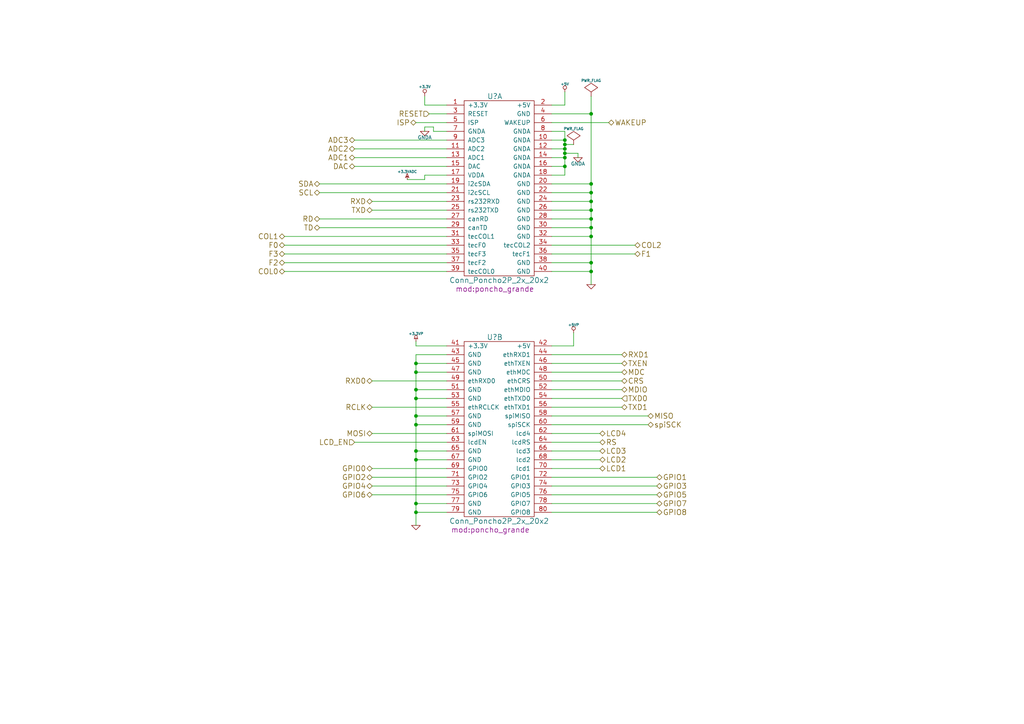
<source format=kicad_sch>
(kicad_sch (version 20211123) (generator eeschema)
  (paper "A4")
  (title_block (title "Poncho Grande - Modelo - Ejemplo - Template") (date "2015-10-06") (rev "1.0") (company "Proyecto CIAA - COMPUTADORA INDUSTRIAL ABIERTA ARGENTINA") (comment 1 "https://github.com/ciaa/Ponchos/tree/master/modelos/doc") (comment 2 "Autores y Licencia del template (Diego Brengi - UNLaM)") (comment 3 "Autor del poncho (COMPLETAR NOMBRE Y APELLIDO). Ver directorio \"doc\"") (comment 4 "CÓDIGO PONCHO:"))
  (lib_symbols
    (symbol "Misc_Poncho_Grande:+3.3V" (power) (pin_names (offset 0))
      (property "Value" "+3.3V" (at 0 2.794 0))
      (symbol "+3.3V_0_0"
        (pin power_in line (at 0 0 90) (length 0) hide (name "+3.3V") (number "1"))
      )
      (symbol "+3.3V_0_1"
        (polyline (pts (xy 0 0) (xy 0 1.016) (xy 0 1.016)))
        (circle (center 0 1.524) (radius 0.508))
      )
    )
    (symbol "Misc_Poncho_Grande:+3.3VADC" (power) (pin_names (offset 0))
      (property "Value" "+3.3VADC" (at 0 2.286 0))
      (symbol "+3.3VADC_0_0"
        (pin power_in line (at 0 0 90) (length 0) hide (name "+3.3VADC") (number "1"))
      )
      (symbol "+3.3VADC_0_1"
        (polyline (pts (xy 0 0) (xy 0 1.016) (xy 0 1.016)))
        (polyline (pts (xy 0 1.016) (xy 0.508 0.508) (xy 0 1.778) (xy -0.508 0.508) (xy 0 1.016) (xy 0 1.016)))
      )
    )
    (symbol "Misc_Poncho_Grande:+3.3VP" (power) (pin_names (offset 0))
      (property "Value" "+3.3VP" (at 0 2.286 0))
      (symbol "+3.3VP_0_0"
        (pin power_in line (at 0 0 90) (length 0) hide (name "+3.3VP") (number "1"))
      )
      (symbol "+3.3VP_0_1"
        (polyline (pts (xy 0 0) (xy 0 1.016) (xy 0 1.016)))
        (polyline (pts (xy 0.508 0.762) (xy 0 1.016) (xy -0.508 0.762) (xy -0.254 1.778) (xy 0.254 1.778) (xy 0.508 0.762) (xy 0.508 0.762)))
      )
    )
    (symbol "Misc_Poncho_Grande:+5V" (power) (pin_names (offset 1.016))
      (property "Value" "+5V" (at 0 2.286 0))
      (symbol "+5V_0_0"
        (pin power_in line (at 0 0 90) (length 0) hide (name "+5V") (number "1"))
      )
      (symbol "+5V_0_1"
        (polyline (pts (xy 0 0) (xy 0 0.762) (xy 0 0.762) (xy 0 0.762)))
        (circle (center 0 1.27) (radius 0.508))
      )
    )
    (symbol "Misc_Poncho_Grande:+5VP" (power) (pin_names (offset 1.016))
      (property "Value" "+5VP" (at 0 2.286 0))
      (symbol "+5VP_0_0"
        (pin power_in line (at 0 0 90) (length 0) hide (name "+5VP") (number "1"))
      )
      (symbol "+5VP_0_1"
        (polyline (pts (xy 0 0) (xy 0 0.762) (xy 0 0.762) (xy 0 0.762)))
        (circle (center 0 1.27) (radius 0.508))
      )
    )
    (symbol "Misc_Poncho_Grande:GND" (power) (pin_names (offset 0))
      (symbol "GND_0_1"
        (polyline (pts (xy -1.27 0) (xy 0 -1.27) (xy 1.27 0) (xy -1.27 0)))
      )
      (symbol "GND_1_1"
        (pin power_in line (at 0 0 90) (length 0) hide (name "GND") (number "1"))
      )
    )
    (symbol "Misc_Poncho_Grande:GNDA" (power) (pin_names (offset 0))
      (property "Value" "GNDA" (at 0 -1.778 0))
      (symbol "GNDA_0_1"
        (polyline (pts (xy -1.27 0) (xy 0 -1.27) (xy 1.27 0) (xy -1.27 0)))
      )
      (symbol "GNDA_1_1"
        (pin power_in line (at 0 0 90) (length 0) hide (name "GNDA") (number "1"))
      )
    )
    (symbol "Misc_Poncho_Grande:PWR_FLAG" (power) (pin_numbers hide) (pin_names (offset 0) hide)
      (property "Value" "PWR_FLAG" (at 0 4.572 0))
      (symbol "PWR_FLAG_0_0"
        (pin power_out line (at 0 0 90) (length 0) (name "pwr") (number "1"))
      )
      (symbol "PWR_FLAG_0_1"
        (polyline (pts (xy 0 0) (xy 0 1.27) (xy -1.905 2.54) (xy 0 3.81) (xy 1.905 2.54) (xy 0 1.27)))
      )
    )
    (symbol "Poncho_Esqueleto:Conn_Poncho2P_2x_20x2" (pin_names (offset 1.016))
      (property "Reference" "XA" (at 7.62 10.16 0))
      (property "Value" "Conn_Poncho2P_2x_20x2" (at 8.89 -43.18 0))
      (symbol "Conn_Poncho2P_2x_20x2_0_1"
        (rectangle (start -1.27 8.89) (end 19.05 -41.91))
      )
      (symbol "Conn_Poncho2P_2x_20x2_1_1"
        (pin power_out line (at -6.35 7.62 0) (length 5.08) (name "+3.3V") (number "1"))
        (pin passive line (at 24.13 -2.54 180) (length 5.08) (name "GNDA") (number "10"))
        (pin passive line (at -6.35 -5.08 0) (length 5.08) (name "ADC2") (number "11"))
        (pin passive line (at 24.13 -5.08 180) (length 5.08) (name "GNDA") (number "12"))
        (pin passive line (at -6.35 -7.62 0) (length 5.08) (name "ADC1") (number "13"))
        (pin passive line (at 24.13 -7.62 180) (length 5.08) (name "GNDA") (number "14"))
        (pin passive line (at -6.35 -10.16 0) (length 5.08) (name "DAC") (number "15"))
        (pin passive line (at 24.13 -10.16 180) (length 5.08) (name "GNDA") (number "16"))
        (pin power_out line (at -6.35 -12.7 0) (length 5.08) (name "VDDA") (number "17"))
        (pin passive line (at 24.13 -12.7 180) (length 5.08) (name "GNDA") (number "18"))
        (pin passive line (at -6.35 -15.24 0) (length 5.08) (name "i2cSDA") (number "19"))
        (pin power_out line (at 24.13 7.62 180) (length 5.08) (name "+5V") (number "2"))
        (pin passive line (at 24.13 -15.24 180) (length 5.08) (name "GND") (number "20"))
        (pin passive line (at -6.35 -17.78 0) (length 5.08) (name "i2cSCL") (number "21"))
        (pin passive line (at 24.13 -17.78 180) (length 5.08) (name "GND") (number "22"))
        (pin passive line (at -6.35 -20.32 0) (length 5.08) (name "rs232RXD") (number "23"))
        (pin passive line (at 24.13 -20.32 180) (length 5.08) (name "GND") (number "24"))
        (pin passive line (at -6.35 -22.86 0) (length 5.08) (name "rs232TXD") (number "25"))
        (pin passive line (at 24.13 -22.86 180) (length 5.08) (name "GND") (number "26"))
        (pin passive line (at -6.35 -25.4 0) (length 5.08) (name "canRD") (number "27"))
        (pin passive line (at 24.13 -25.4 180) (length 5.08) (name "GND") (number "28"))
        (pin passive line (at -6.35 -27.94 0) (length 5.08) (name "canTD") (number "29"))
        (pin input line (at -6.35 5.08 0) (length 5.08) (name "RESET") (number "3"))
        (pin passive line (at 24.13 -27.94 180) (length 5.08) (name "GND") (number "30"))
        (pin passive line (at -6.35 -30.48 0) (length 5.08) (name "tecCOL1") (number "31"))
        (pin passive line (at 24.13 -30.48 180) (length 5.08) (name "GND") (number "32"))
        (pin passive line (at -6.35 -33.02 0) (length 5.08) (name "tecF0") (number "33"))
        (pin passive line (at 24.13 -33.02 180) (length 5.08) (name "tecCOL2") (number "34"))
        (pin passive line (at -6.35 -35.56 0) (length 5.08) (name "tecF3") (number "35"))
        (pin passive line (at 24.13 -35.56 180) (length 5.08) (name "tecF1") (number "36"))
        (pin passive line (at -6.35 -38.1 0) (length 5.08) (name "tecF2") (number "37"))
        (pin passive line (at 24.13 -38.1 180) (length 5.08) (name "GND") (number "38"))
        (pin passive line (at -6.35 -40.64 0) (length 5.08) (name "tecCOL0") (number "39"))
        (pin passive line (at 24.13 5.08 180) (length 5.08) (name "GND") (number "4"))
        (pin passive line (at 24.13 -40.64 180) (length 5.08) (name "GND") (number "40"))
        (pin passive line (at -6.35 2.54 0) (length 5.08) (name "ISP") (number "5"))
        (pin input line (at 24.13 2.54 180) (length 5.08) (name "WAKEUP") (number "6"))
        (pin passive line (at -6.35 0 0) (length 5.08) (name "GNDA") (number "7"))
        (pin passive line (at 24.13 0 180) (length 5.08) (name "GNDA") (number "8"))
        (pin passive line (at -6.35 -2.54 0) (length 5.08) (name "ADC3") (number "9"))
      )
      (symbol "Conn_Poncho2P_2x_20x2_2_1"
        (pin power_out line (at -6.35 7.62 0) (length 5.08) (name "+3.3V") (number "41"))
        (pin power_out line (at 24.13 7.62 180) (length 5.08) (name "+5V") (number "42"))
        (pin passive line (at -6.35 5.08 0) (length 5.08) (name "GND") (number "43"))
        (pin passive line (at 24.13 5.08 180) (length 5.08) (name "ethRXD1") (number "44"))
        (pin passive line (at -6.35 2.54 0) (length 5.08) (name "GND") (number "45"))
        (pin passive line (at 24.13 2.54 180) (length 5.08) (name "ethTXEN") (number "46"))
        (pin passive line (at -6.35 0 0) (length 5.08) (name "GND") (number "47"))
        (pin passive line (at 24.13 0 180) (length 5.08) (name "ethMDC") (number "48"))
        (pin passive line (at -6.35 -2.54 0) (length 5.08) (name "ethRXD0") (number "49"))
        (pin passive line (at 24.13 -2.54 180) (length 5.08) (name "ethCRS") (number "50"))
        (pin passive line (at -6.35 -5.08 0) (length 5.08) (name "GND") (number "51"))
        (pin passive line (at 24.13 -5.08 180) (length 5.08) (name "ethMDIO") (number "52"))
        (pin passive line (at -6.35 -7.62 0) (length 5.08) (name "GND") (number "53"))
        (pin passive line (at 24.13 -7.62 180) (length 5.08) (name "ethTXD0") (number "54"))
        (pin passive line (at -6.35 -10.16 0) (length 5.08) (name "ethRCLCK") (number "55"))
        (pin passive line (at 24.13 -10.16 180) (length 5.08) (name "ethTXD1") (number "56"))
        (pin passive line (at -6.35 -12.7 0) (length 5.08) (name "GND") (number "57"))
        (pin passive line (at 24.13 -12.7 180) (length 5.08) (name "spiMISO") (number "58"))
        (pin passive line (at -6.35 -15.24 0) (length 5.08) (name "GND") (number "59"))
        (pin passive line (at 24.13 -15.24 180) (length 5.08) (name "spiSCK") (number "60"))
        (pin passive line (at -6.35 -17.78 0) (length 5.08) (name "spiMOSI") (number "61"))
        (pin passive line (at 24.13 -17.78 180) (length 5.08) (name "lcd4") (number "62"))
        (pin passive line (at -6.35 -20.32 0) (length 5.08) (name "lcdEN") (number "63"))
        (pin passive line (at 24.13 -20.32 180) (length 5.08) (name "lcdRS") (number "64"))
        (pin passive line (at -6.35 -22.86 0) (length 5.08) (name "GND") (number "65"))
        (pin passive line (at 24.13 -22.86 180) (length 5.08) (name "lcd3") (number "66"))
        (pin passive line (at -6.35 -25.4 0) (length 5.08) (name "GND") (number "67"))
        (pin passive line (at 24.13 -25.4 180) (length 5.08) (name "lcd2") (number "68"))
        (pin passive line (at -6.35 -27.94 0) (length 5.08) (name "GPIO0") (number "69"))
        (pin passive line (at 24.13 -27.94 180) (length 5.08) (name "lcd1") (number "70"))
        (pin passive line (at -6.35 -30.48 0) (length 5.08) (name "GPIO2") (number "71"))
        (pin passive line (at 24.13 -30.48 180) (length 5.08) (name "GPIO1") (number "72"))
        (pin passive line (at -6.35 -33.02 0) (length 5.08) (name "GPIO4") (number "73"))
        (pin passive line (at 24.13 -33.02 180) (length 5.08) (name "GPIO3") (number "74"))
        (pin passive line (at -6.35 -35.56 0) (length 5.08) (name "GPIO6") (number "75"))
        (pin passive line (at 24.13 -35.56 180) (length 5.08) (name "GPIO5") (number "76"))
        (pin passive line (at -6.35 -38.1 0) (length 5.08) (name "GND") (number "77"))
        (pin passive line (at 24.13 -38.1 180) (length 5.08) (name "GPIO7") (number "78"))
        (pin passive line (at -6.35 -40.64 0) (length 5.08) (name "GND") (number "79"))
        (pin passive line (at 24.13 -40.64 180) (length 5.08) (name "GPIO8") (number "80"))
      )
    )
  )
  (junction (at 171.45 66.04))
  (junction (at 120.65 115.57))
  (junction (at 163.83 48.26))
  (junction (at 120.65 107.95))
  (junction (at 171.45 55.88))
  (junction (at 171.45 33.02))
  (junction (at 163.83 45.72))
  (junction (at 120.65 120.65))
  (junction (at 120.65 105.41))
  (junction (at 171.45 60.96))
  (junction (at 171.45 76.2))
  (junction (at 120.65 113.03))
  (junction (at 171.45 53.34))
  (junction (at 171.45 58.42))
  (junction (at 120.65 133.35))
  (junction (at 120.65 123.19))
  (junction (at 163.83 40.64))
  (junction (at 171.45 63.5))
  (junction (at 120.65 146.05))
  (junction (at 163.83 43.18))
  (junction (at 171.45 78.74))
  (junction (at 163.83 41.91))
  (junction (at 163.83 44.45))
  (junction (at 171.45 68.58))
  (junction (at 120.65 148.59))
  (junction (at 120.65 130.81))
  (wire (pts (xy 107.95 138.43) (xy 129.54 138.43)))
  (wire (pts (xy 163.83 38.1) (xy 163.83 40.64)))
  (wire (pts (xy 120.65 120.65) (xy 120.65 123.19)))
  (wire (pts (xy 160.02 113.03) (xy 180.34 113.03)))
  (wire (pts (xy 171.45 53.34) (xy 171.45 55.88)))
  (wire (pts (xy 163.83 48.26) (xy 163.83 50.8)))
  (wire (pts (xy 107.95 135.89) (xy 129.54 135.89)))
  (wire (pts (xy 160.02 78.74) (xy 171.45 78.74)))
  (wire (pts (xy 129.54 146.05) (xy 120.65 146.05)))
  (wire (pts (xy 120.65 123.19) (xy 120.65 130.81)))
  (wire (pts (xy 129.54 55.88) (xy 92.71 55.88)))
  (wire (pts (xy 160.02 138.43) (xy 190.5 138.43)))
  (wire (pts (xy 129.54 123.19) (xy 120.65 123.19)))
  (wire (pts (xy 129.54 53.34) (xy 92.71 53.34)))
  (wire (pts (xy 129.54 63.5) (xy 92.71 63.5)))
  (wire (pts (xy 160.02 60.96) (xy 171.45 60.96)))
  (wire (pts (xy 129.54 43.18) (xy 102.87 43.18)))
  (wire (pts (xy 160.02 105.41) (xy 180.34 105.41)))
  (wire (pts (xy 171.45 76.2) (xy 171.45 78.74)))
  (wire (pts (xy 163.83 26.67) (xy 163.83 30.48)))
  (wire (pts (xy 123.19 50.8) (xy 129.54 50.8)))
  (wire (pts (xy 171.45 68.58) (xy 171.45 76.2)))
  (wire (pts (xy 160.02 55.88) (xy 171.45 55.88)))
  (wire (pts (xy 129.54 133.35) (xy 120.65 133.35)))
  (wire (pts (xy 160.02 73.66) (xy 184.15 73.66)))
  (wire (pts (xy 160.02 43.18) (xy 163.83 43.18)))
  (wire (pts (xy 163.83 45.72) (xy 163.83 48.26)))
  (wire (pts (xy 129.54 143.51) (xy 107.95 143.51)))
  (wire (pts (xy 129.54 128.27) (xy 102.87 128.27)))
  (wire (pts (xy 167.64 45.72) (xy 167.64 44.45)))
  (wire (pts (xy 160.02 68.58) (xy 171.45 68.58)))
  (wire (pts (xy 160.02 53.34) (xy 171.45 53.34)))
  (wire (pts (xy 160.02 40.64) (xy 163.83 40.64)))
  (wire (pts (xy 129.54 38.1) (xy 125.73 38.1)))
  (wire (pts (xy 184.15 71.12) (xy 160.02 71.12)))
  (wire (pts (xy 163.83 48.26) (xy 160.02 48.26)))
  (wire (pts (xy 125.73 36.83) (xy 125.73 38.1)))
  (wire (pts (xy 129.54 30.48) (xy 123.19 30.48)))
  (wire (pts (xy 160.02 76.2) (xy 171.45 76.2)))
  (wire (pts (xy 166.37 41.91) (xy 163.83 41.91)))
  (wire (pts (xy 120.65 102.87) (xy 129.54 102.87)))
  (wire (pts (xy 120.65 133.35) (xy 120.65 146.05)))
  (wire (pts (xy 163.83 41.91) (xy 163.83 43.18)))
  (wire (pts (xy 171.45 78.74) (xy 171.45 82.55)))
  (wire (pts (xy 160.02 66.04) (xy 171.45 66.04)))
  (wire (pts (xy 160.02 107.95) (xy 180.34 107.95)))
  (wire (pts (xy 107.95 60.96) (xy 129.54 60.96)))
  (wire (pts (xy 160.02 135.89) (xy 173.99 135.89)))
  (wire (pts (xy 129.54 125.73) (xy 107.95 125.73)))
  (wire (pts (xy 160.02 115.57) (xy 180.34 115.57)))
  (wire (pts (xy 171.45 27.94) (xy 171.45 33.02)))
  (wire (pts (xy 129.54 40.64) (xy 102.87 40.64)))
  (wire (pts (xy 171.45 63.5) (xy 171.45 66.04)))
  (wire (pts (xy 160.02 123.19) (xy 187.96 123.19)))
  (wire (pts (xy 120.65 105.41) (xy 120.65 107.95)))
  (wire (pts (xy 123.19 52.07) (xy 123.19 50.8)))
  (wire (pts (xy 160.02 148.59) (xy 190.5 148.59)))
  (wire (pts (xy 120.65 102.87) (xy 120.65 105.41)))
  (wire (pts (xy 171.45 33.02) (xy 171.45 53.34)))
  (wire (pts (xy 163.83 30.48) (xy 160.02 30.48)))
  (wire (pts (xy 120.65 100.33) (xy 120.65 99.06)))
  (wire (pts (xy 167.64 44.45) (xy 163.83 44.45)))
  (wire (pts (xy 160.02 125.73) (xy 173.99 125.73)))
  (wire (pts (xy 129.54 78.74) (xy 82.55 78.74)))
  (wire (pts (xy 124.46 33.02) (xy 129.54 33.02)))
  (wire (pts (xy 120.65 113.03) (xy 120.65 115.57)))
  (wire (pts (xy 129.54 73.66) (xy 82.55 73.66)))
  (wire (pts (xy 163.83 45.72) (xy 160.02 45.72)))
  (wire (pts (xy 123.19 38.1) (xy 123.19 36.83)))
  (wire (pts (xy 171.45 55.88) (xy 171.45 58.42)))
  (wire (pts (xy 163.83 44.45) (xy 163.83 45.72)))
  (wire (pts (xy 123.19 30.48) (xy 123.19 27.94)))
  (wire (pts (xy 129.54 48.26) (xy 102.87 48.26)))
  (wire (pts (xy 166.37 96.52) (xy 166.37 100.33)))
  (wire (pts (xy 129.54 45.72) (xy 102.87 45.72)))
  (wire (pts (xy 129.54 68.58) (xy 82.55 68.58)))
  (wire (pts (xy 160.02 130.81) (xy 173.99 130.81)))
  (wire (pts (xy 171.45 66.04) (xy 171.45 68.58)))
  (wire (pts (xy 129.54 71.12) (xy 82.55 71.12)))
  (wire (pts (xy 160.02 110.49) (xy 180.34 110.49)))
  (wire (pts (xy 129.54 130.81) (xy 120.65 130.81)))
  (wire (pts (xy 120.65 148.59) (xy 129.54 148.59)))
  (wire (pts (xy 129.54 107.95) (xy 120.65 107.95)))
  (wire (pts (xy 160.02 128.27) (xy 173.99 128.27)))
  (wire (pts (xy 118.11 52.07) (xy 123.19 52.07)))
  (wire (pts (xy 171.45 60.96) (xy 171.45 63.5)))
  (wire (pts (xy 129.54 120.65) (xy 120.65 120.65)))
  (wire (pts (xy 129.54 76.2) (xy 82.55 76.2)))
  (wire (pts (xy 129.54 66.04) (xy 92.71 66.04)))
  (wire (pts (xy 171.45 58.42) (xy 171.45 60.96)))
  (wire (pts (xy 129.54 113.03) (xy 120.65 113.03)))
  (wire (pts (xy 163.83 43.18) (xy 163.83 44.45)))
  (wire (pts (xy 166.37 100.33) (xy 160.02 100.33)))
  (wire (pts (xy 160.02 133.35) (xy 173.99 133.35)))
  (wire (pts (xy 160.02 35.56) (xy 176.53 35.56)))
  (wire (pts (xy 160.02 58.42) (xy 171.45 58.42)))
  (wire (pts (xy 120.65 146.05) (xy 120.65 148.59)))
  (wire (pts (xy 129.54 140.97) (xy 107.95 140.97)))
  (wire (pts (xy 120.65 107.95) (xy 120.65 113.03)))
  (wire (pts (xy 120.65 148.59) (xy 120.65 152.4)))
  (wire (pts (xy 160.02 146.05) (xy 190.5 146.05)))
  (wire (pts (xy 107.95 118.11) (xy 129.54 118.11)))
  (wire (pts (xy 120.65 115.57) (xy 120.65 120.65)))
  (wire (pts (xy 163.83 50.8) (xy 160.02 50.8)))
  (wire (pts (xy 120.65 130.81) (xy 120.65 133.35)))
  (wire (pts (xy 129.54 58.42) (xy 107.95 58.42)))
  (wire (pts (xy 160.02 118.11) (xy 180.34 118.11)))
  (wire (pts (xy 160.02 102.87) (xy 180.34 102.87)))
  (wire (pts (xy 129.54 100.33) (xy 120.65 100.33)))
  (wire (pts (xy 123.19 36.83) (xy 125.73 36.83)))
  (wire (pts (xy 160.02 63.5) (xy 171.45 63.5)))
  (wire (pts (xy 160.02 140.97) (xy 190.5 140.97)))
  (wire (pts (xy 171.45 33.02) (xy 160.02 33.02)))
  (wire (pts (xy 129.54 110.49) (xy 107.95 110.49)))
  (wire (pts (xy 163.83 40.64) (xy 163.83 41.91)))
  (wire (pts (xy 129.54 105.41) (xy 120.65 105.41)))
  (wire (pts (xy 129.54 35.56) (xy 120.65 35.56)))
  (wire (pts (xy 129.54 115.57) (xy 120.65 115.57)))
  (wire (pts (xy 160.02 38.1) (xy 163.83 38.1)))
  (wire (pts (xy 160.02 143.51) (xy 190.5 143.51)))
  (wire (pts (xy 160.02 120.65) (xy 187.96 120.65)))
  (hierarchical_label "TXD1" (shape bidirectional) (at 180.34 118.11 0) (effects (font (size 1.524 1.524))))
  (hierarchical_label "COL0" (shape bidirectional) (at 82.55 78.74 180) (effects (font (size 1.524 1.524))))
  (hierarchical_label "RXD" (shape bidirectional) (at 107.95 58.42 180) (effects (font (size 1.524 1.524))))
  (hierarchical_label "CRS" (shape bidirectional) (at 180.34 110.49 0) (effects (font (size 1.524 1.524))))
  (hierarchical_label "RCLK" (shape bidirectional) (at 107.95 118.11 180) (effects (font (size 1.524 1.524))))
  (hierarchical_label "TXD" (shape bidirectional) (at 107.95 60.96 180) (effects (font (size 1.524 1.524))))
  (hierarchical_label "GPIO4" (shape bidirectional) (at 107.95 140.97 180) (effects (font (size 1.524 1.524))))
  (hierarchical_label "GPIO3" (shape bidirectional) (at 190.5 140.97 0) (effects (font (size 1.524 1.524))))
  (hierarchical_label "COL1" (shape bidirectional) (at 82.55 68.58 180) (effects (font (size 1.524 1.524))))
  (hierarchical_label "TXD0" (shape input) (at 180.34 115.57 0) (effects (font (size 1.524 1.524))))
  (hierarchical_label "WAKEUP" (shape bidirectional) (at 176.53 35.56 0) (effects (font (size 1.524 1.524))))
  (hierarchical_label "MDC" (shape bidirectional) (at 180.34 107.95 0) (effects (font (size 1.524 1.524))))
  (hierarchical_label "MOSI" (shape bidirectional) (at 107.95 125.73 180) (effects (font (size 1.524 1.524))))
  (hierarchical_label "ADC3" (shape bidirectional) (at 102.87 40.64 180) (effects (font (size 1.524 1.524))))
  (hierarchical_label "RXD0" (shape bidirectional) (at 107.95 110.49 180) (effects (font (size 1.524 1.524))))
  (hierarchical_label "TXEN" (shape bidirectional) (at 180.34 105.41 0) (effects (font (size 1.524 1.524))))
  (hierarchical_label "F1" (shape bidirectional) (at 184.15 73.66 0) (effects (font (size 1.524 1.524))))
  (hierarchical_label "LCD1" (shape bidirectional) (at 173.99 135.89 0) (effects (font (size 1.524 1.524))))
  (hierarchical_label "spiSCK" (shape bidirectional) (at 187.96 123.19 0) (effects (font (size 1.524 1.524))))
  (hierarchical_label "GPIO5" (shape bidirectional) (at 190.5 143.51 0) (effects (font (size 1.524 1.524))))
  (hierarchical_label "RXD1" (shape bidirectional) (at 180.34 102.87 0) (effects (font (size 1.524 1.524))))
  (hierarchical_label "MDIO" (shape bidirectional) (at 180.34 113.03 0) (effects (font (size 1.524 1.524))))
  (hierarchical_label "RESET" (shape input) (at 124.46 33.02 180) (effects (font (size 1.524 1.524))))
  (hierarchical_label "ADC2" (shape bidirectional) (at 102.87 43.18 180) (effects (font (size 1.524 1.524))))
  (hierarchical_label "LCD3" (shape bidirectional) (at 173.99 130.81 0) (effects (font (size 1.524 1.524))))
  (hierarchical_label "GPIO2" (shape bidirectional) (at 107.95 138.43 180) (effects (font (size 1.524 1.524))))
  (hierarchical_label "MISO" (shape bidirectional) (at 187.96 120.65 0) (effects (font (size 1.524 1.524))))
  (hierarchical_label "GPIO7" (shape bidirectional) (at 190.5 146.05 0) (effects (font (size 1.524 1.524))))
  (hierarchical_label "GPIO8" (shape bidirectional) (at 190.5 148.59 0) (effects (font (size 1.524 1.524))))
  (hierarchical_label "COL2" (shape bidirectional) (at 184.15 71.12 0) (effects (font (size 1.524 1.524))))
  (hierarchical_label "DAC" (shape bidirectional) (at 102.87 48.26 180) (effects (font (size 1.524 1.524))))
  (hierarchical_label "TD" (shape bidirectional) (at 92.71 66.04 180) (effects (font (size 1.524 1.524))))
  (hierarchical_label "RD" (shape bidirectional) (at 92.71 63.5 180) (effects (font (size 1.524 1.524))))
  (hierarchical_label "LCD4" (shape bidirectional) (at 173.99 125.73 0) (effects (font (size 1.524 1.524))))
  (hierarchical_label "ADC1" (shape bidirectional) (at 102.87 45.72 180) (effects (font (size 1.524 1.524))))
  (hierarchical_label "GPIO0" (shape bidirectional) (at 107.95 135.89 180) (effects (font (size 1.524 1.524))))
  (hierarchical_label "LCD2" (shape bidirectional) (at 173.99 133.35 0) (effects (font (size 1.524 1.524))))
  (hierarchical_label "F2" (shape bidirectional) (at 82.55 76.2 180) (effects (font (size 1.524 1.524))))
  (hierarchical_label "GPIO1" (shape bidirectional) (at 190.5 138.43 0) (effects (font (size 1.524 1.524))))
  (hierarchical_label "F3" (shape bidirectional) (at 82.55 73.66 180) (effects (font (size 1.524 1.524))))
  (hierarchical_label "SCL" (shape bidirectional) (at 92.71 55.88 180) (effects (font (size 1.524 1.524))))
  (hierarchical_label "GPIO6" (shape bidirectional) (at 107.95 143.51 180) (effects (font (size 1.524 1.524))))
  (hierarchical_label "RS" (shape bidirectional) (at 173.99 128.27 0) (effects (font (size 1.524 1.524))))
  (hierarchical_label "LCD_EN" (shape input) (at 102.87 128.27 180) (effects (font (size 1.524 1.524))))
  (hierarchical_label "ISP" (shape bidirectional) (at 120.65 35.56 180) (effects (font (size 1.524 1.524))))
  (hierarchical_label "F0" (shape bidirectional) (at 82.55 71.12 180) (effects (font (size 1.524 1.524))))
  (hierarchical_label "SDA" (shape bidirectional) (at 92.71 53.34 180) (effects (font (size 1.524 1.524))))
  (symbol (lib_id "Misc_Poncho_Grande:+3.3V") (at 123.19 27.94 0) (unit 1)
    (property "Reference" "#PWR013" (effects hide))
    (property "Value" "+3.3V" (at 123.19 25.146 0) (effects (font (size 0.762 0.762))))
  )
  (symbol (lib_id "Misc_Poncho_Grande:GND") (at 171.45 82.55 0) (unit 1)
    (property "Reference" "#PWR014" (effects hide))
    (property "Value" "GND" (effects hide))
  )
  (symbol (lib_id "Misc_Poncho_Grande:GNDA") (at 167.64 45.72 0) (unit 1)
    (property "Reference" "#PWR015" (effects hide))
    (property "Value" "GNDA" (at 167.64 47.498 0) (effects (font (size 1.016 1.016))))
  )
  (symbol (lib_id "Misc_Poncho_Grande:GND") (at 120.65 152.4 0) (unit 1)
    (property "Reference" "#PWR016" (effects hide))
    (property "Value" "GND" (effects hide))
  )
  (symbol (lib_id "Misc_Poncho_Grande:+3.3VP") (at 120.65 99.06 0) (unit 1)
    (property "Reference" "#PWR017" (effects hide))
    (property "Value" "+3.3VP" (at 120.65 96.774 0) (effects (font (size 0.762 0.762))))
  )
  (symbol (lib_id "Misc_Poncho_Grande:GNDA") (at 123.19 38.1 0) (unit 1)
    (property "Reference" "#PWR018" (effects hide))
    (property "Value" "GNDA" (at 123.19 39.878 0) (effects (font (size 1.016 1.016))))
  )
  (symbol (lib_id "Misc_Poncho_Grande:+3.3VADC") (at 118.11 52.07 0) (unit 1)
    (property "Reference" "#PWR019" (effects hide))
    (property "Value" "+3.3VADC" (at 118.11 49.784 0) (effects (font (size 0.762 0.762))))
  )
  (symbol (lib_id "Misc_Poncho_Grande:PWR_FLAG") (at 171.45 27.94 0) (unit 1)
    (property "Value" "PWR_FLAG" (at 171.45 23.368 0) (effects (font (size 0.762 0.762))))
  )
  (symbol (lib_id "Misc_Poncho_Grande:PWR_FLAG") (at 166.37 41.91 0) (unit 1)
    (property "Value" "PWR_FLAG" (at 166.37 37.338 0) (effects (font (size 0.762 0.762))))
  )
  (symbol (lib_id "Misc_Poncho_Grande:+5V") (at 163.83 26.67 0) (unit 1)
    (property "Reference" "#PWR022" (effects hide))
    (property "Value" "+5V" (at 163.83 24.384 0) (effects (font (size 0.762 0.762))))
  )
  (symbol (lib_id "Poncho_Esqueleto:Conn_Poncho2P_2x_20x2") (at 135.89 107.95 0) (unit 2)
    (property "Value" "Conn_Poncho2P_2x_20x2" (at 144.78 151.13 0) (effects (font (size 1.524 1.524))))
    (property "Footprint" "mod:poncho_grande" (at 142.24 153.67 0) (effects (font (size 1.524 1.524))))
  )
  (symbol (lib_id "Poncho_Esqueleto:Conn_Poncho2P_2x_20x2") (at 135.89 38.1 0) (unit 1)
    (property "Value" "Conn_Poncho2P_2x_20x2" (at 144.78 81.28 0) (effects (font (size 1.524 1.524))))
    (property "Footprint" "mod:poncho_grande" (at 143.51 83.82 0) (effects (font (size 1.524 1.524))))
  )
  (symbol (lib_id "Misc_Poncho_Grande:+5VP") (at 166.37 96.52 0) (unit 1)
    (property "Reference" "#PWR023" (effects hide))
    (property "Value" "+5VP" (at 166.37 94.234 0) (effects (font (size 0.762 0.762))))
  )
)
</source>
